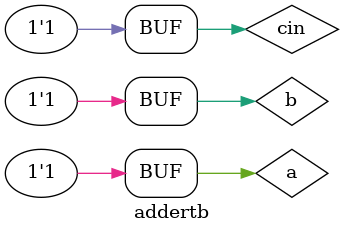
<source format=sv>
`timescale 1ns / 1ps
module addertb ();
  // inputs and outputs
  reg  a;
  reg  b;
  reg  cin;
  wire s;
  wire cout;

  // instatiation
  adder add (
      .a(a),
      .b(b),
      .cin(cin),
      .s(s),
      .cout(cout)
  );

  initial begin 
    $monitor("time = %3d, s = %b, cout = %b \n",
      $time, s, cout);
    a = 1'b0;
    b = 1'b0;
    cin = 1'b0;
    # 20 
    a = 1'b1;
    b = 1'b0;
    cin = 1'b0;
    # 20 
    a = 1'b0;
    b = 1'b1;
    cin = 1'b0;
    # 20 
    a = 1'b0;
    b = 1'b0;
    cin = 1'b1;
    # 20 
    a = 1'b1;
    b = 1'b1;
    cin = 1'b0;
    # 20 
    a = 1'b1;
    b = 1'b0;
    cin = 1'b1;
    # 20 
    a = 1'b0;
    b = 1'b1;
    cin = 1'b1;
    # 20 
    a = 1'b1;
    b = 1'b1;
    cin = 1'b1;
  end
endmodule 


</source>
